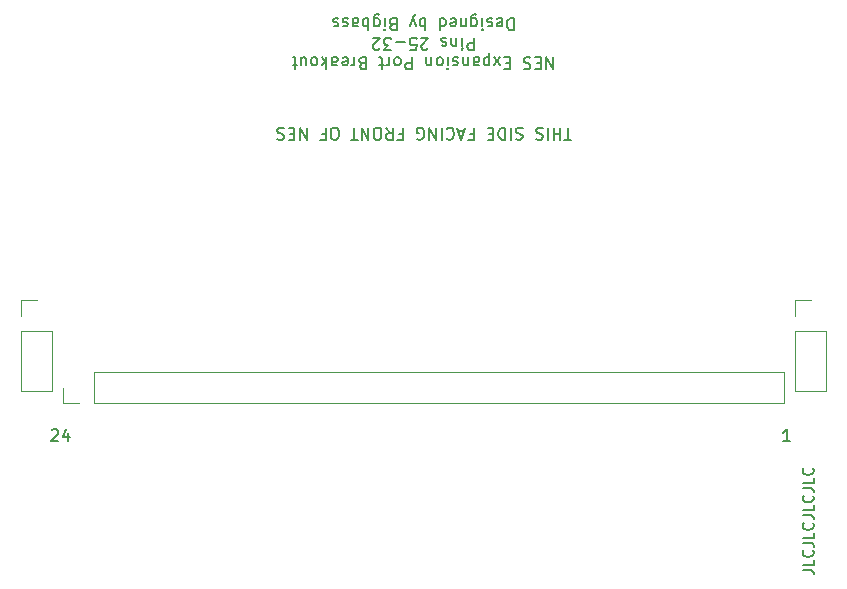
<source format=gto>
%TF.GenerationSoftware,KiCad,Pcbnew,5.1.10-88a1d61d58~88~ubuntu20.04.1*%
%TF.CreationDate,2021-06-23T17:02:21-05:00*%
%TF.ProjectId,nes-expansion-port,6e65732d-6578-4706-916e-73696f6e2d70,rev?*%
%TF.SameCoordinates,Original*%
%TF.FileFunction,Legend,Top*%
%TF.FilePolarity,Positive*%
%FSLAX46Y46*%
G04 Gerber Fmt 4.6, Leading zero omitted, Abs format (unit mm)*
G04 Created by KiCad (PCBNEW 5.1.10-88a1d61d58~88~ubuntu20.04.1) date 2021-06-23 17:02:21*
%MOMM*%
%LPD*%
G01*
G04 APERTURE LIST*
%ADD10C,0.150000*%
%ADD11C,0.120000*%
%ADD12C,0.500000*%
%ADD13O,1.700000X1.700000*%
%ADD14R,1.700000X1.700000*%
%ADD15R,1.524000X12.000000*%
G04 APERTURE END LIST*
D10*
X166229142Y-81723142D02*
X166872000Y-81723142D01*
X167000571Y-81766000D01*
X167086285Y-81851714D01*
X167129142Y-81980285D01*
X167129142Y-82066000D01*
X167129142Y-80866000D02*
X167129142Y-81294571D01*
X166229142Y-81294571D01*
X167043428Y-80051714D02*
X167086285Y-80094571D01*
X167129142Y-80223142D01*
X167129142Y-80308857D01*
X167086285Y-80437428D01*
X167000571Y-80523142D01*
X166914857Y-80566000D01*
X166743428Y-80608857D01*
X166614857Y-80608857D01*
X166443428Y-80566000D01*
X166357714Y-80523142D01*
X166272000Y-80437428D01*
X166229142Y-80308857D01*
X166229142Y-80223142D01*
X166272000Y-80094571D01*
X166314857Y-80051714D01*
X166229142Y-79408857D02*
X166872000Y-79408857D01*
X167000571Y-79451714D01*
X167086285Y-79537428D01*
X167129142Y-79666000D01*
X167129142Y-79751714D01*
X167129142Y-78551714D02*
X167129142Y-78980285D01*
X166229142Y-78980285D01*
X167043428Y-77737428D02*
X167086285Y-77780285D01*
X167129142Y-77908857D01*
X167129142Y-77994571D01*
X167086285Y-78123142D01*
X167000571Y-78208857D01*
X166914857Y-78251714D01*
X166743428Y-78294571D01*
X166614857Y-78294571D01*
X166443428Y-78251714D01*
X166357714Y-78208857D01*
X166272000Y-78123142D01*
X166229142Y-77994571D01*
X166229142Y-77908857D01*
X166272000Y-77780285D01*
X166314857Y-77737428D01*
X166229142Y-77094571D02*
X166872000Y-77094571D01*
X167000571Y-77137428D01*
X167086285Y-77223142D01*
X167129142Y-77351714D01*
X167129142Y-77437428D01*
X167129142Y-76237428D02*
X167129142Y-76666000D01*
X166229142Y-76666000D01*
X167043428Y-75423142D02*
X167086285Y-75466000D01*
X167129142Y-75594571D01*
X167129142Y-75680285D01*
X167086285Y-75808857D01*
X167000571Y-75894571D01*
X166914857Y-75937428D01*
X166743428Y-75980285D01*
X166614857Y-75980285D01*
X166443428Y-75937428D01*
X166357714Y-75894571D01*
X166272000Y-75808857D01*
X166229142Y-75680285D01*
X166229142Y-75594571D01*
X166272000Y-75466000D01*
X166314857Y-75423142D01*
X166229142Y-74780285D02*
X166872000Y-74780285D01*
X167000571Y-74823142D01*
X167086285Y-74908857D01*
X167129142Y-75037428D01*
X167129142Y-75123142D01*
X167129142Y-73923142D02*
X167129142Y-74351714D01*
X166229142Y-74351714D01*
X167043428Y-73108857D02*
X167086285Y-73151714D01*
X167129142Y-73280285D01*
X167129142Y-73366000D01*
X167086285Y-73494571D01*
X167000571Y-73580285D01*
X166914857Y-73623142D01*
X166743428Y-73666000D01*
X166614857Y-73666000D01*
X166443428Y-73623142D01*
X166357714Y-73580285D01*
X166272000Y-73494571D01*
X166229142Y-73366000D01*
X166229142Y-73280285D01*
X166272000Y-73151714D01*
X166314857Y-73108857D01*
X145064380Y-38311619D02*
X145064380Y-39311619D01*
X144492952Y-38311619D01*
X144492952Y-39311619D01*
X144016761Y-38835428D02*
X143683428Y-38835428D01*
X143540571Y-38311619D02*
X144016761Y-38311619D01*
X144016761Y-39311619D01*
X143540571Y-39311619D01*
X143159619Y-38359238D02*
X143016761Y-38311619D01*
X142778666Y-38311619D01*
X142683428Y-38359238D01*
X142635809Y-38406857D01*
X142588190Y-38502095D01*
X142588190Y-38597333D01*
X142635809Y-38692571D01*
X142683428Y-38740190D01*
X142778666Y-38787809D01*
X142969142Y-38835428D01*
X143064380Y-38883047D01*
X143112000Y-38930666D01*
X143159619Y-39025904D01*
X143159619Y-39121142D01*
X143112000Y-39216380D01*
X143064380Y-39264000D01*
X142969142Y-39311619D01*
X142731047Y-39311619D01*
X142588190Y-39264000D01*
X141397714Y-38835428D02*
X141064380Y-38835428D01*
X140921523Y-38311619D02*
X141397714Y-38311619D01*
X141397714Y-39311619D01*
X140921523Y-39311619D01*
X140588190Y-38311619D02*
X140064380Y-38978285D01*
X140588190Y-38978285D02*
X140064380Y-38311619D01*
X139683428Y-38978285D02*
X139683428Y-37978285D01*
X139683428Y-38930666D02*
X139588190Y-38978285D01*
X139397714Y-38978285D01*
X139302476Y-38930666D01*
X139254857Y-38883047D01*
X139207238Y-38787809D01*
X139207238Y-38502095D01*
X139254857Y-38406857D01*
X139302476Y-38359238D01*
X139397714Y-38311619D01*
X139588190Y-38311619D01*
X139683428Y-38359238D01*
X138350095Y-38311619D02*
X138350095Y-38835428D01*
X138397714Y-38930666D01*
X138492952Y-38978285D01*
X138683428Y-38978285D01*
X138778666Y-38930666D01*
X138350095Y-38359238D02*
X138445333Y-38311619D01*
X138683428Y-38311619D01*
X138778666Y-38359238D01*
X138826285Y-38454476D01*
X138826285Y-38549714D01*
X138778666Y-38644952D01*
X138683428Y-38692571D01*
X138445333Y-38692571D01*
X138350095Y-38740190D01*
X137873904Y-38978285D02*
X137873904Y-38311619D01*
X137873904Y-38883047D02*
X137826285Y-38930666D01*
X137731047Y-38978285D01*
X137588190Y-38978285D01*
X137492952Y-38930666D01*
X137445333Y-38835428D01*
X137445333Y-38311619D01*
X137016761Y-38359238D02*
X136921523Y-38311619D01*
X136731047Y-38311619D01*
X136635809Y-38359238D01*
X136588190Y-38454476D01*
X136588190Y-38502095D01*
X136635809Y-38597333D01*
X136731047Y-38644952D01*
X136873904Y-38644952D01*
X136969142Y-38692571D01*
X137016761Y-38787809D01*
X137016761Y-38835428D01*
X136969142Y-38930666D01*
X136873904Y-38978285D01*
X136731047Y-38978285D01*
X136635809Y-38930666D01*
X136159619Y-38311619D02*
X136159619Y-38978285D01*
X136159619Y-39311619D02*
X136207238Y-39264000D01*
X136159619Y-39216380D01*
X136112000Y-39264000D01*
X136159619Y-39311619D01*
X136159619Y-39216380D01*
X135540571Y-38311619D02*
X135635809Y-38359238D01*
X135683428Y-38406857D01*
X135731047Y-38502095D01*
X135731047Y-38787809D01*
X135683428Y-38883047D01*
X135635809Y-38930666D01*
X135540571Y-38978285D01*
X135397714Y-38978285D01*
X135302476Y-38930666D01*
X135254857Y-38883047D01*
X135207238Y-38787809D01*
X135207238Y-38502095D01*
X135254857Y-38406857D01*
X135302476Y-38359238D01*
X135397714Y-38311619D01*
X135540571Y-38311619D01*
X134778666Y-38978285D02*
X134778666Y-38311619D01*
X134778666Y-38883047D02*
X134731047Y-38930666D01*
X134635809Y-38978285D01*
X134492952Y-38978285D01*
X134397714Y-38930666D01*
X134350095Y-38835428D01*
X134350095Y-38311619D01*
X133112000Y-38311619D02*
X133112000Y-39311619D01*
X132731047Y-39311619D01*
X132635809Y-39264000D01*
X132588190Y-39216380D01*
X132540571Y-39121142D01*
X132540571Y-38978285D01*
X132588190Y-38883047D01*
X132635809Y-38835428D01*
X132731047Y-38787809D01*
X133112000Y-38787809D01*
X131969142Y-38311619D02*
X132064380Y-38359238D01*
X132112000Y-38406857D01*
X132159619Y-38502095D01*
X132159619Y-38787809D01*
X132112000Y-38883047D01*
X132064380Y-38930666D01*
X131969142Y-38978285D01*
X131826285Y-38978285D01*
X131731047Y-38930666D01*
X131683428Y-38883047D01*
X131635809Y-38787809D01*
X131635809Y-38502095D01*
X131683428Y-38406857D01*
X131731047Y-38359238D01*
X131826285Y-38311619D01*
X131969142Y-38311619D01*
X131207238Y-38311619D02*
X131207238Y-38978285D01*
X131207238Y-38787809D02*
X131159619Y-38883047D01*
X131112000Y-38930666D01*
X131016761Y-38978285D01*
X130921523Y-38978285D01*
X130731047Y-38978285D02*
X130350095Y-38978285D01*
X130588190Y-39311619D02*
X130588190Y-38454476D01*
X130540571Y-38359238D01*
X130445333Y-38311619D01*
X130350095Y-38311619D01*
X128921523Y-38835428D02*
X128778666Y-38787809D01*
X128731047Y-38740190D01*
X128683428Y-38644952D01*
X128683428Y-38502095D01*
X128731047Y-38406857D01*
X128778666Y-38359238D01*
X128873904Y-38311619D01*
X129254857Y-38311619D01*
X129254857Y-39311619D01*
X128921523Y-39311619D01*
X128826285Y-39264000D01*
X128778666Y-39216380D01*
X128731047Y-39121142D01*
X128731047Y-39025904D01*
X128778666Y-38930666D01*
X128826285Y-38883047D01*
X128921523Y-38835428D01*
X129254857Y-38835428D01*
X128254857Y-38311619D02*
X128254857Y-38978285D01*
X128254857Y-38787809D02*
X128207238Y-38883047D01*
X128159619Y-38930666D01*
X128064380Y-38978285D01*
X127969142Y-38978285D01*
X127254857Y-38359238D02*
X127350095Y-38311619D01*
X127540571Y-38311619D01*
X127635809Y-38359238D01*
X127683428Y-38454476D01*
X127683428Y-38835428D01*
X127635809Y-38930666D01*
X127540571Y-38978285D01*
X127350095Y-38978285D01*
X127254857Y-38930666D01*
X127207238Y-38835428D01*
X127207238Y-38740190D01*
X127683428Y-38644952D01*
X126350095Y-38311619D02*
X126350095Y-38835428D01*
X126397714Y-38930666D01*
X126492952Y-38978285D01*
X126683428Y-38978285D01*
X126778666Y-38930666D01*
X126350095Y-38359238D02*
X126445333Y-38311619D01*
X126683428Y-38311619D01*
X126778666Y-38359238D01*
X126826285Y-38454476D01*
X126826285Y-38549714D01*
X126778666Y-38644952D01*
X126683428Y-38692571D01*
X126445333Y-38692571D01*
X126350095Y-38740190D01*
X125873904Y-38311619D02*
X125873904Y-39311619D01*
X125778666Y-38692571D02*
X125492952Y-38311619D01*
X125492952Y-38978285D02*
X125873904Y-38597333D01*
X124921523Y-38311619D02*
X125016761Y-38359238D01*
X125064380Y-38406857D01*
X125112000Y-38502095D01*
X125112000Y-38787809D01*
X125064380Y-38883047D01*
X125016761Y-38930666D01*
X124921523Y-38978285D01*
X124778666Y-38978285D01*
X124683428Y-38930666D01*
X124635809Y-38883047D01*
X124588190Y-38787809D01*
X124588190Y-38502095D01*
X124635809Y-38406857D01*
X124683428Y-38359238D01*
X124778666Y-38311619D01*
X124921523Y-38311619D01*
X123731047Y-38978285D02*
X123731047Y-38311619D01*
X124159619Y-38978285D02*
X124159619Y-38454476D01*
X124112000Y-38359238D01*
X124016761Y-38311619D01*
X123873904Y-38311619D01*
X123778666Y-38359238D01*
X123731047Y-38406857D01*
X123397714Y-38978285D02*
X123016761Y-38978285D01*
X123254857Y-39311619D02*
X123254857Y-38454476D01*
X123207238Y-38359238D01*
X123112000Y-38311619D01*
X123016761Y-38311619D01*
X138373904Y-36661619D02*
X138373904Y-37661619D01*
X137992952Y-37661619D01*
X137897714Y-37614000D01*
X137850095Y-37566380D01*
X137802476Y-37471142D01*
X137802476Y-37328285D01*
X137850095Y-37233047D01*
X137897714Y-37185428D01*
X137992952Y-37137809D01*
X138373904Y-37137809D01*
X137373904Y-36661619D02*
X137373904Y-37328285D01*
X137373904Y-37661619D02*
X137421523Y-37614000D01*
X137373904Y-37566380D01*
X137326285Y-37614000D01*
X137373904Y-37661619D01*
X137373904Y-37566380D01*
X136897714Y-37328285D02*
X136897714Y-36661619D01*
X136897714Y-37233047D02*
X136850095Y-37280666D01*
X136754857Y-37328285D01*
X136612000Y-37328285D01*
X136516761Y-37280666D01*
X136469142Y-37185428D01*
X136469142Y-36661619D01*
X136040571Y-36709238D02*
X135945333Y-36661619D01*
X135754857Y-36661619D01*
X135659619Y-36709238D01*
X135612000Y-36804476D01*
X135612000Y-36852095D01*
X135659619Y-36947333D01*
X135754857Y-36994952D01*
X135897714Y-36994952D01*
X135992952Y-37042571D01*
X136040571Y-37137809D01*
X136040571Y-37185428D01*
X135992952Y-37280666D01*
X135897714Y-37328285D01*
X135754857Y-37328285D01*
X135659619Y-37280666D01*
X134469142Y-37566380D02*
X134421523Y-37614000D01*
X134326285Y-37661619D01*
X134088190Y-37661619D01*
X133992952Y-37614000D01*
X133945333Y-37566380D01*
X133897714Y-37471142D01*
X133897714Y-37375904D01*
X133945333Y-37233047D01*
X134516761Y-36661619D01*
X133897714Y-36661619D01*
X132992952Y-37661619D02*
X133469142Y-37661619D01*
X133516761Y-37185428D01*
X133469142Y-37233047D01*
X133373904Y-37280666D01*
X133135809Y-37280666D01*
X133040571Y-37233047D01*
X132992952Y-37185428D01*
X132945333Y-37090190D01*
X132945333Y-36852095D01*
X132992952Y-36756857D01*
X133040571Y-36709238D01*
X133135809Y-36661619D01*
X133373904Y-36661619D01*
X133469142Y-36709238D01*
X133516761Y-36756857D01*
X132516761Y-37042571D02*
X131754857Y-37042571D01*
X131373904Y-37661619D02*
X130754857Y-37661619D01*
X131088190Y-37280666D01*
X130945333Y-37280666D01*
X130850095Y-37233047D01*
X130802476Y-37185428D01*
X130754857Y-37090190D01*
X130754857Y-36852095D01*
X130802476Y-36756857D01*
X130850095Y-36709238D01*
X130945333Y-36661619D01*
X131231047Y-36661619D01*
X131326285Y-36709238D01*
X131373904Y-36756857D01*
X130373904Y-37566380D02*
X130326285Y-37614000D01*
X130231047Y-37661619D01*
X129992952Y-37661619D01*
X129897714Y-37614000D01*
X129850095Y-37566380D01*
X129802476Y-37471142D01*
X129802476Y-37375904D01*
X129850095Y-37233047D01*
X130421523Y-36661619D01*
X129802476Y-36661619D01*
X141731047Y-35011619D02*
X141731047Y-36011619D01*
X141492952Y-36011619D01*
X141350095Y-35964000D01*
X141254857Y-35868761D01*
X141207238Y-35773523D01*
X141159619Y-35583047D01*
X141159619Y-35440190D01*
X141207238Y-35249714D01*
X141254857Y-35154476D01*
X141350095Y-35059238D01*
X141492952Y-35011619D01*
X141731047Y-35011619D01*
X140350095Y-35059238D02*
X140445333Y-35011619D01*
X140635809Y-35011619D01*
X140731047Y-35059238D01*
X140778666Y-35154476D01*
X140778666Y-35535428D01*
X140731047Y-35630666D01*
X140635809Y-35678285D01*
X140445333Y-35678285D01*
X140350095Y-35630666D01*
X140302476Y-35535428D01*
X140302476Y-35440190D01*
X140778666Y-35344952D01*
X139921523Y-35059238D02*
X139826285Y-35011619D01*
X139635809Y-35011619D01*
X139540571Y-35059238D01*
X139492952Y-35154476D01*
X139492952Y-35202095D01*
X139540571Y-35297333D01*
X139635809Y-35344952D01*
X139778666Y-35344952D01*
X139873904Y-35392571D01*
X139921523Y-35487809D01*
X139921523Y-35535428D01*
X139873904Y-35630666D01*
X139778666Y-35678285D01*
X139635809Y-35678285D01*
X139540571Y-35630666D01*
X139064380Y-35011619D02*
X139064380Y-35678285D01*
X139064380Y-36011619D02*
X139112000Y-35964000D01*
X139064380Y-35916380D01*
X139016761Y-35964000D01*
X139064380Y-36011619D01*
X139064380Y-35916380D01*
X138159619Y-35678285D02*
X138159619Y-34868761D01*
X138207238Y-34773523D01*
X138254857Y-34725904D01*
X138350095Y-34678285D01*
X138492952Y-34678285D01*
X138588190Y-34725904D01*
X138159619Y-35059238D02*
X138254857Y-35011619D01*
X138445333Y-35011619D01*
X138540571Y-35059238D01*
X138588190Y-35106857D01*
X138635809Y-35202095D01*
X138635809Y-35487809D01*
X138588190Y-35583047D01*
X138540571Y-35630666D01*
X138445333Y-35678285D01*
X138254857Y-35678285D01*
X138159619Y-35630666D01*
X137683428Y-35678285D02*
X137683428Y-35011619D01*
X137683428Y-35583047D02*
X137635809Y-35630666D01*
X137540571Y-35678285D01*
X137397714Y-35678285D01*
X137302476Y-35630666D01*
X137254857Y-35535428D01*
X137254857Y-35011619D01*
X136397714Y-35059238D02*
X136492952Y-35011619D01*
X136683428Y-35011619D01*
X136778666Y-35059238D01*
X136826285Y-35154476D01*
X136826285Y-35535428D01*
X136778666Y-35630666D01*
X136683428Y-35678285D01*
X136492952Y-35678285D01*
X136397714Y-35630666D01*
X136350095Y-35535428D01*
X136350095Y-35440190D01*
X136826285Y-35344952D01*
X135492952Y-35011619D02*
X135492952Y-36011619D01*
X135492952Y-35059238D02*
X135588190Y-35011619D01*
X135778666Y-35011619D01*
X135873904Y-35059238D01*
X135921523Y-35106857D01*
X135969142Y-35202095D01*
X135969142Y-35487809D01*
X135921523Y-35583047D01*
X135873904Y-35630666D01*
X135778666Y-35678285D01*
X135588190Y-35678285D01*
X135492952Y-35630666D01*
X134254857Y-35011619D02*
X134254857Y-36011619D01*
X134254857Y-35630666D02*
X134159619Y-35678285D01*
X133969142Y-35678285D01*
X133873904Y-35630666D01*
X133826285Y-35583047D01*
X133778666Y-35487809D01*
X133778666Y-35202095D01*
X133826285Y-35106857D01*
X133873904Y-35059238D01*
X133969142Y-35011619D01*
X134159619Y-35011619D01*
X134254857Y-35059238D01*
X133445333Y-35678285D02*
X133207238Y-35011619D01*
X132969142Y-35678285D02*
X133207238Y-35011619D01*
X133302476Y-34773523D01*
X133350095Y-34725904D01*
X133445333Y-34678285D01*
X131492952Y-35535428D02*
X131350095Y-35487809D01*
X131302476Y-35440190D01*
X131254857Y-35344952D01*
X131254857Y-35202095D01*
X131302476Y-35106857D01*
X131350095Y-35059238D01*
X131445333Y-35011619D01*
X131826285Y-35011619D01*
X131826285Y-36011619D01*
X131492952Y-36011619D01*
X131397714Y-35964000D01*
X131350095Y-35916380D01*
X131302476Y-35821142D01*
X131302476Y-35725904D01*
X131350095Y-35630666D01*
X131397714Y-35583047D01*
X131492952Y-35535428D01*
X131826285Y-35535428D01*
X130826285Y-35011619D02*
X130826285Y-35678285D01*
X130826285Y-36011619D02*
X130873904Y-35964000D01*
X130826285Y-35916380D01*
X130778666Y-35964000D01*
X130826285Y-36011619D01*
X130826285Y-35916380D01*
X129921523Y-35678285D02*
X129921523Y-34868761D01*
X129969142Y-34773523D01*
X130016761Y-34725904D01*
X130112000Y-34678285D01*
X130254857Y-34678285D01*
X130350095Y-34725904D01*
X129921523Y-35059238D02*
X130016761Y-35011619D01*
X130207238Y-35011619D01*
X130302476Y-35059238D01*
X130350095Y-35106857D01*
X130397714Y-35202095D01*
X130397714Y-35487809D01*
X130350095Y-35583047D01*
X130302476Y-35630666D01*
X130207238Y-35678285D01*
X130016761Y-35678285D01*
X129921523Y-35630666D01*
X129445333Y-35011619D02*
X129445333Y-36011619D01*
X129445333Y-35630666D02*
X129350095Y-35678285D01*
X129159619Y-35678285D01*
X129064380Y-35630666D01*
X129016761Y-35583047D01*
X128969142Y-35487809D01*
X128969142Y-35202095D01*
X129016761Y-35106857D01*
X129064380Y-35059238D01*
X129159619Y-35011619D01*
X129350095Y-35011619D01*
X129445333Y-35059238D01*
X128112000Y-35011619D02*
X128112000Y-35535428D01*
X128159619Y-35630666D01*
X128254857Y-35678285D01*
X128445333Y-35678285D01*
X128540571Y-35630666D01*
X128112000Y-35059238D02*
X128207238Y-35011619D01*
X128445333Y-35011619D01*
X128540571Y-35059238D01*
X128588190Y-35154476D01*
X128588190Y-35249714D01*
X128540571Y-35344952D01*
X128445333Y-35392571D01*
X128207238Y-35392571D01*
X128112000Y-35440190D01*
X127683428Y-35059238D02*
X127588190Y-35011619D01*
X127397714Y-35011619D01*
X127302476Y-35059238D01*
X127254857Y-35154476D01*
X127254857Y-35202095D01*
X127302476Y-35297333D01*
X127397714Y-35344952D01*
X127540571Y-35344952D01*
X127635809Y-35392571D01*
X127683428Y-35487809D01*
X127683428Y-35535428D01*
X127635809Y-35630666D01*
X127540571Y-35678285D01*
X127397714Y-35678285D01*
X127302476Y-35630666D01*
X126873904Y-35059238D02*
X126778666Y-35011619D01*
X126588190Y-35011619D01*
X126492952Y-35059238D01*
X126445333Y-35154476D01*
X126445333Y-35202095D01*
X126492952Y-35297333D01*
X126588190Y-35344952D01*
X126731047Y-35344952D01*
X126826285Y-35392571D01*
X126873904Y-35487809D01*
X126873904Y-35535428D01*
X126826285Y-35630666D01*
X126731047Y-35678285D01*
X126588190Y-35678285D01*
X126492952Y-35630666D01*
X146588190Y-45281619D02*
X146016761Y-45281619D01*
X146302476Y-44281619D02*
X146302476Y-45281619D01*
X145683428Y-44281619D02*
X145683428Y-45281619D01*
X145683428Y-44805428D02*
X145112000Y-44805428D01*
X145112000Y-44281619D02*
X145112000Y-45281619D01*
X144635809Y-44281619D02*
X144635809Y-45281619D01*
X144207238Y-44329238D02*
X144064380Y-44281619D01*
X143826285Y-44281619D01*
X143731047Y-44329238D01*
X143683428Y-44376857D01*
X143635809Y-44472095D01*
X143635809Y-44567333D01*
X143683428Y-44662571D01*
X143731047Y-44710190D01*
X143826285Y-44757809D01*
X144016761Y-44805428D01*
X144112000Y-44853047D01*
X144159619Y-44900666D01*
X144207238Y-44995904D01*
X144207238Y-45091142D01*
X144159619Y-45186380D01*
X144112000Y-45234000D01*
X144016761Y-45281619D01*
X143778666Y-45281619D01*
X143635809Y-45234000D01*
X142492952Y-44329238D02*
X142350095Y-44281619D01*
X142112000Y-44281619D01*
X142016761Y-44329238D01*
X141969142Y-44376857D01*
X141921523Y-44472095D01*
X141921523Y-44567333D01*
X141969142Y-44662571D01*
X142016761Y-44710190D01*
X142112000Y-44757809D01*
X142302476Y-44805428D01*
X142397714Y-44853047D01*
X142445333Y-44900666D01*
X142492952Y-44995904D01*
X142492952Y-45091142D01*
X142445333Y-45186380D01*
X142397714Y-45234000D01*
X142302476Y-45281619D01*
X142064380Y-45281619D01*
X141921523Y-45234000D01*
X141492952Y-44281619D02*
X141492952Y-45281619D01*
X141016761Y-44281619D02*
X141016761Y-45281619D01*
X140778666Y-45281619D01*
X140635809Y-45234000D01*
X140540571Y-45138761D01*
X140492952Y-45043523D01*
X140445333Y-44853047D01*
X140445333Y-44710190D01*
X140492952Y-44519714D01*
X140540571Y-44424476D01*
X140635809Y-44329238D01*
X140778666Y-44281619D01*
X141016761Y-44281619D01*
X140016761Y-44805428D02*
X139683428Y-44805428D01*
X139540571Y-44281619D02*
X140016761Y-44281619D01*
X140016761Y-45281619D01*
X139540571Y-45281619D01*
X138016761Y-44805428D02*
X138350095Y-44805428D01*
X138350095Y-44281619D02*
X138350095Y-45281619D01*
X137873904Y-45281619D01*
X137540571Y-44567333D02*
X137064380Y-44567333D01*
X137635809Y-44281619D02*
X137302476Y-45281619D01*
X136969142Y-44281619D01*
X136064380Y-44376857D02*
X136112000Y-44329238D01*
X136254857Y-44281619D01*
X136350095Y-44281619D01*
X136492952Y-44329238D01*
X136588190Y-44424476D01*
X136635809Y-44519714D01*
X136683428Y-44710190D01*
X136683428Y-44853047D01*
X136635809Y-45043523D01*
X136588190Y-45138761D01*
X136492952Y-45234000D01*
X136350095Y-45281619D01*
X136254857Y-45281619D01*
X136112000Y-45234000D01*
X136064380Y-45186380D01*
X135635809Y-44281619D02*
X135635809Y-45281619D01*
X135159619Y-44281619D02*
X135159619Y-45281619D01*
X134588190Y-44281619D01*
X134588190Y-45281619D01*
X133588190Y-45234000D02*
X133683428Y-45281619D01*
X133826285Y-45281619D01*
X133969142Y-45234000D01*
X134064380Y-45138761D01*
X134112000Y-45043523D01*
X134159619Y-44853047D01*
X134159619Y-44710190D01*
X134112000Y-44519714D01*
X134064380Y-44424476D01*
X133969142Y-44329238D01*
X133826285Y-44281619D01*
X133731047Y-44281619D01*
X133588190Y-44329238D01*
X133540571Y-44376857D01*
X133540571Y-44710190D01*
X133731047Y-44710190D01*
X132016761Y-44805428D02*
X132350095Y-44805428D01*
X132350095Y-44281619D02*
X132350095Y-45281619D01*
X131873904Y-45281619D01*
X130921523Y-44281619D02*
X131254857Y-44757809D01*
X131492952Y-44281619D02*
X131492952Y-45281619D01*
X131112000Y-45281619D01*
X131016761Y-45234000D01*
X130969142Y-45186380D01*
X130921523Y-45091142D01*
X130921523Y-44948285D01*
X130969142Y-44853047D01*
X131016761Y-44805428D01*
X131112000Y-44757809D01*
X131492952Y-44757809D01*
X130302476Y-45281619D02*
X130112000Y-45281619D01*
X130016761Y-45234000D01*
X129921523Y-45138761D01*
X129873904Y-44948285D01*
X129873904Y-44614952D01*
X129921523Y-44424476D01*
X130016761Y-44329238D01*
X130112000Y-44281619D01*
X130302476Y-44281619D01*
X130397714Y-44329238D01*
X130492952Y-44424476D01*
X130540571Y-44614952D01*
X130540571Y-44948285D01*
X130492952Y-45138761D01*
X130397714Y-45234000D01*
X130302476Y-45281619D01*
X129445333Y-44281619D02*
X129445333Y-45281619D01*
X128873904Y-44281619D01*
X128873904Y-45281619D01*
X128540571Y-45281619D02*
X127969142Y-45281619D01*
X128254857Y-44281619D02*
X128254857Y-45281619D01*
X126683428Y-45281619D02*
X126492952Y-45281619D01*
X126397714Y-45234000D01*
X126302476Y-45138761D01*
X126254857Y-44948285D01*
X126254857Y-44614952D01*
X126302476Y-44424476D01*
X126397714Y-44329238D01*
X126492952Y-44281619D01*
X126683428Y-44281619D01*
X126778666Y-44329238D01*
X126873904Y-44424476D01*
X126921523Y-44614952D01*
X126921523Y-44948285D01*
X126873904Y-45138761D01*
X126778666Y-45234000D01*
X126683428Y-45281619D01*
X125492952Y-44805428D02*
X125826285Y-44805428D01*
X125826285Y-44281619D02*
X125826285Y-45281619D01*
X125350095Y-45281619D01*
X124207238Y-44281619D02*
X124207238Y-45281619D01*
X123635809Y-44281619D01*
X123635809Y-45281619D01*
X123159619Y-44805428D02*
X122826285Y-44805428D01*
X122683428Y-44281619D02*
X123159619Y-44281619D01*
X123159619Y-45281619D01*
X122683428Y-45281619D01*
X122302476Y-44329238D02*
X122159619Y-44281619D01*
X121921523Y-44281619D01*
X121826285Y-44329238D01*
X121778666Y-44376857D01*
X121731047Y-44472095D01*
X121731047Y-44567333D01*
X121778666Y-44662571D01*
X121826285Y-44710190D01*
X121921523Y-44757809D01*
X122112000Y-44805428D01*
X122207238Y-44853047D01*
X122254857Y-44900666D01*
X122302476Y-44995904D01*
X122302476Y-45091142D01*
X122254857Y-45186380D01*
X122207238Y-45234000D01*
X122112000Y-45281619D01*
X121873904Y-45281619D01*
X121731047Y-45234000D01*
X102616095Y-69905619D02*
X102663714Y-69858000D01*
X102758952Y-69810380D01*
X102997047Y-69810380D01*
X103092285Y-69858000D01*
X103139904Y-69905619D01*
X103187523Y-70000857D01*
X103187523Y-70096095D01*
X103139904Y-70238952D01*
X102568476Y-70810380D01*
X103187523Y-70810380D01*
X104044666Y-70143714D02*
X104044666Y-70810380D01*
X103806571Y-69762761D02*
X103568476Y-70477047D01*
X104187523Y-70477047D01*
X165131714Y-70810380D02*
X164560285Y-70810380D01*
X164846000Y-70810380D02*
X164846000Y-69810380D01*
X164750761Y-69953238D01*
X164655523Y-70048476D01*
X164560285Y-70096095D01*
D11*
X100016000Y-58868000D02*
X101346000Y-58868000D01*
X100016000Y-60198000D02*
X100016000Y-58868000D01*
X100016000Y-61468000D02*
X102676000Y-61468000D01*
X102676000Y-61468000D02*
X102676000Y-66608000D01*
X100016000Y-61468000D02*
X100016000Y-66608000D01*
X100016000Y-66608000D02*
X102676000Y-66608000D01*
X165548000Y-58868000D02*
X166878000Y-58868000D01*
X165548000Y-60198000D02*
X165548000Y-58868000D01*
X165548000Y-61468000D02*
X168208000Y-61468000D01*
X168208000Y-61468000D02*
X168208000Y-66608000D01*
X165548000Y-61468000D02*
X165548000Y-66608000D01*
X165548000Y-66608000D02*
X168208000Y-66608000D01*
X103572000Y-67624000D02*
X103572000Y-66294000D01*
X104902000Y-67624000D02*
X103572000Y-67624000D01*
X106172000Y-67624000D02*
X106172000Y-64964000D01*
X106172000Y-64964000D02*
X164652000Y-64964000D01*
X106172000Y-67624000D02*
X164652000Y-67624000D01*
X164652000Y-67624000D02*
X164652000Y-64964000D01*
%LPC*%
D12*
X160422000Y-58266000D03*
X159622000Y-58266000D03*
X158822000Y-58266000D03*
X158022000Y-58266000D03*
X157222000Y-58266000D03*
X156422000Y-58266000D03*
X155622000Y-58266000D03*
X154822000Y-58266000D03*
X154822000Y-56066000D03*
X155622000Y-56066000D03*
X156422000Y-56066000D03*
X157222000Y-56066000D03*
X160422000Y-56066000D03*
X159622000Y-56066000D03*
X158822000Y-56066000D03*
X158022000Y-56066000D03*
X107822000Y-56066000D03*
X108622000Y-56066000D03*
X109422000Y-56066000D03*
X110222000Y-56066000D03*
X111022000Y-56066000D03*
X111822000Y-56066000D03*
X112622000Y-56066000D03*
X113422000Y-56066000D03*
X113422000Y-58266000D03*
X112622000Y-58266000D03*
X111822000Y-58266000D03*
X111022000Y-58266000D03*
X107822000Y-58266000D03*
X108622000Y-58266000D03*
X109422000Y-58266000D03*
X110222000Y-58266000D03*
D13*
X104902000Y-48036000D03*
X107442000Y-48036000D03*
X109982000Y-48036000D03*
X112522000Y-48036000D03*
X115062000Y-48036000D03*
X117602000Y-48036000D03*
X120142000Y-48036000D03*
X122682000Y-48036000D03*
X125222000Y-48036000D03*
X127762000Y-48036000D03*
X130302000Y-48036000D03*
X132842000Y-48036000D03*
X135382000Y-48036000D03*
X137922000Y-48036000D03*
X140462000Y-48036000D03*
X143002000Y-48036000D03*
X145542000Y-48036000D03*
X148082000Y-48036000D03*
X150622000Y-48036000D03*
X153162000Y-48036000D03*
X155702000Y-48036000D03*
X158242000Y-48036000D03*
X160782000Y-48036000D03*
D14*
X163322000Y-48036000D03*
X101346000Y-54132000D03*
D13*
X101346000Y-51592000D03*
X101346000Y-49052000D03*
D14*
X166878000Y-54132000D03*
D13*
X166878000Y-51592000D03*
X166878000Y-49052000D03*
X101346000Y-65278000D03*
X101346000Y-62738000D03*
D14*
X101346000Y-60198000D03*
D13*
X166878000Y-65278000D03*
X166878000Y-62738000D03*
D14*
X166878000Y-60198000D03*
D13*
X163322000Y-66294000D03*
X160782000Y-66294000D03*
X158242000Y-66294000D03*
X155702000Y-66294000D03*
X153162000Y-66294000D03*
X150622000Y-66294000D03*
X148082000Y-66294000D03*
X145542000Y-66294000D03*
X143002000Y-66294000D03*
X140462000Y-66294000D03*
X137922000Y-66294000D03*
X135382000Y-66294000D03*
X132842000Y-66294000D03*
X130302000Y-66294000D03*
X127762000Y-66294000D03*
X125222000Y-66294000D03*
X122682000Y-66294000D03*
X120142000Y-66294000D03*
X117602000Y-66294000D03*
X115062000Y-66294000D03*
X112522000Y-66294000D03*
X109982000Y-66294000D03*
X107442000Y-66294000D03*
D14*
X104902000Y-66294000D03*
D15*
X104902000Y-77216000D03*
X107442000Y-77216000D03*
X109982000Y-77216000D03*
X112522000Y-77216000D03*
X115062000Y-77216000D03*
X117602000Y-77216000D03*
X120142000Y-77216000D03*
X122682000Y-77216000D03*
X125222000Y-77216000D03*
X127762000Y-77216000D03*
X130302000Y-77216000D03*
X132842000Y-77216000D03*
X135382000Y-77216000D03*
X137922000Y-77216000D03*
X140462000Y-77216000D03*
X143002000Y-77216000D03*
X145542000Y-77216000D03*
X148082000Y-77216000D03*
X150622000Y-77216000D03*
X153162000Y-77216000D03*
X155702000Y-77216000D03*
X158242000Y-77216000D03*
X160782000Y-77216000D03*
X163322000Y-77216000D03*
D14*
X104902000Y-60198000D03*
D13*
X104902000Y-62738000D03*
X107442000Y-60198000D03*
X107442000Y-62738000D03*
X109982000Y-60198000D03*
X109982000Y-62738000D03*
X112522000Y-60198000D03*
X112522000Y-62738000D03*
X115062000Y-60198000D03*
X115062000Y-62738000D03*
X117602000Y-60198000D03*
X117602000Y-62738000D03*
X120142000Y-60198000D03*
X120142000Y-62738000D03*
X122682000Y-60198000D03*
X122682000Y-62738000D03*
X125222000Y-60198000D03*
X125222000Y-62738000D03*
X127762000Y-60198000D03*
X127762000Y-62738000D03*
X130302000Y-60198000D03*
X130302000Y-62738000D03*
X132842000Y-60198000D03*
X132842000Y-62738000D03*
X135382000Y-60198000D03*
X135382000Y-62738000D03*
X137922000Y-60198000D03*
X137922000Y-62738000D03*
X140462000Y-60198000D03*
X140462000Y-62738000D03*
X143002000Y-60198000D03*
X143002000Y-62738000D03*
X145542000Y-60198000D03*
X145542000Y-62738000D03*
X148082000Y-60198000D03*
X148082000Y-62738000D03*
X150622000Y-60198000D03*
X150622000Y-62738000D03*
X153162000Y-60198000D03*
X153162000Y-62738000D03*
X155702000Y-60198000D03*
X155702000Y-62738000D03*
X158242000Y-60198000D03*
X158242000Y-62738000D03*
X160782000Y-60198000D03*
X160782000Y-62738000D03*
X163322000Y-60198000D03*
X163322000Y-62738000D03*
M02*

</source>
